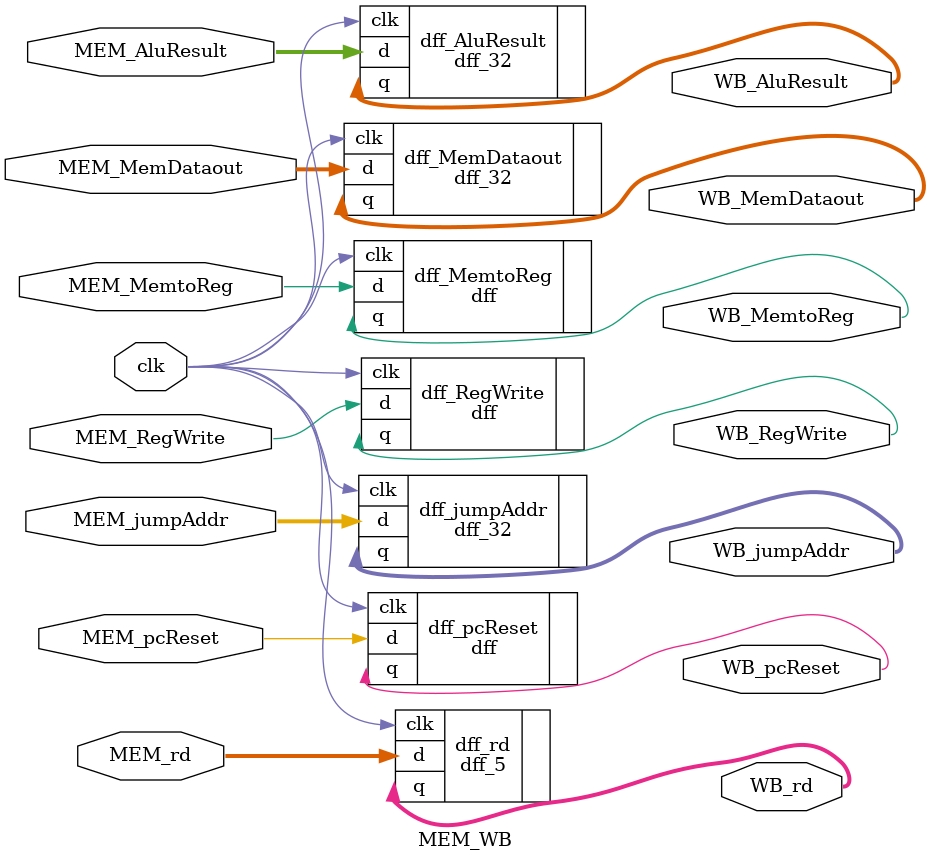
<source format=v>
`timescale 1ns / 1ps


module IF_ID(
    input clk,
    input[31:0] IF_instruction,
    input[31:0] IF_pcadd4,
    output[31:0] ID_instruction,
    output[31:0] ID_pcadd4 
    );

dff_32 dff_instruction(
    .clk(clk),.d(IF_instruction),.q(ID_instruction)
);
dff_32 dff_pcadd4(
    .clk(clk),.d(IF_pcadd4),.q(ID_pcadd4)
);    

endmodule

module ID_EX(
    input clk,
    input[4:0]ID_rd,
    input[31:0] ID_RegOutA,ID_RegOutB,ID_extout,ID_pcadd4,
    input ID_Cs_sign,ID_Cs_jump,ID_Cs_MemtoReg,ID_Cs_MemRead,ID_Cs_MemWrite,ID_Cs_AluSrc,ID_Cs_RegWrite,ID_Cs_pcReset,
    input[2:0] ID_Cs_branchType,
    input[4:0] ID_Cs_Aluop,
    input[3:0] ID_Cs_Mem_sel,
    
    output[4:0] EX_rd,
    output[31:0] EX_RegOutA,EX_RegOutB,EX_extout,EX_pcadd4,
    output EX_Cs_sign,EX_Cs_jump,EX_Cs_MemtoReg,EX_Cs_MemRead,EX_Cs_MemWrite,EX_Cs_AluSrc,EX_Cs_RegWrite,EX_Cs_pcReset,
    output[2:0]EX_Cs_branchType,
    output[4:0] EX_Cs_Aluop,
    output[3:0] EX_Cs_Mem_sel
);
dff_32 dff_RegOutA(
    .clk(clk),.d(ID_RegOutA),.q(EX_RegOutA)
);
dff_32 dff_RegOutB(
    .clk(clk),.d(ID_RegOutB),.q(EX_RegOutB)
);
dff_32 dff_extout(
    .clk(clk),.d(ID_extout),.q(EX_extout)
);
dff_32 dff_pcadd4(
    .clk(clk),.d(ID_pcadd4),.q(EX_pcadd4)
);
dff_5 dff_rd(
    .clk(clk),.d(ID_rd),.q(EX_rd)
);
dff_5 dff_Aluop(
    .clk(clk),.d(ID_Cs_Aluop),.q(EX_Cs_Aluop)
);
dff dff_sign(
    .clk(clk),.d(ID_Cs_sign),.q(EX_Cs_sign)
);
dff dff_jump(
    .clk(clk),.d(ID_Cs_jump),.q(EX_Cs_jump)
);
dff dff_MemtoReg(
    .clk(clk),.d(ID_Cs_MemtoReg),.q(EX_Cs_MemtoReg)
);
dff dff_MemRead(
    .clk(clk),.d(ID_Cs_MemRead),.q(EX_Cs_MemRead)
);
dff dff_MemWrite(
    .clk(clk),.d(ID_Cs_MemWrite),.q(EX_Cs_MemWrite)
);
dff dff_AluSrc(
    .clk(clk),.d(ID_Cs_AluSrc),.q(EX_Cs_AluSrc)
);
dff dff_RegWrite(
    .clk(clk),.d(ID_Cs_RegWrite),.q(EX_Cs_RegWrite)
);
dff dff_pcReset(
    .clk(clk),.d(ID_Cs_pcReset),.q(EX_Cs_pcReset)
);
dff_3 dff_branchType(
    .clk(clk),.d(ID_Cs_branchType),.q(EX_Cs_branchType)
);
dff_4 dff_Mem_sel(
    .clk(clk),.d(ID_Cs_Mem_sel),.q(EX_Cs_Mem_sel)
);
endmodule

module EX_MEM(
    input clk,
    input EX_sign,EX_MemWrite,EX_MemtoReg,EX_MemRead,EX_RegWrite,EX_pcReset,
    input[3:0] EX_Cs_Mem_sel,
    input[4:0] EX_rd,
    input[31:0] EX_AluResult,EX_RegOutB,EX_jumpAddr,
    
    output MEM_sign, MEM_MemWrite,MEM_MemtoReg,MEM_MemRead,MEM_RegWrite,MEM_pcReset,
    output[3:0] MEM_Cs_Mem_sel,
    output [4:0] MEM_rd,
    output [31:0] MEM_AluResult,MEM_RegOutB,MEM_jumpAddr
);

dff dff_MemWrite(
    .clk(clk),.d(EX_MemWrite),.q(MEM_MemWrite)
);
dff dff_MemtoReg(
    .clk(clk),.d(EX_MemtoReg),.q(MEM_MemtoReg)
);
dff dff_MemRead(
    .clk(clk),.d(EX_MemRead),.q(MEM_MemRead)
);
dff dff_RegWrite(
    .clk(clk),.d(EX_RegWrite),.q(MEM_RegWrite)
);
dff dff_sign(
    .clk(clk),.d(EX_sign),.q(MEM_sign)
);
dff dff_pcReset(
    .clk(clk),.d(EX_pcReset),.q(MEM_pcReset)
);
dff_32 dff_RegOutB(
    .clk(clk),.d(EX_RegOutB),.q(MEM_RegOutB)
);
dff_32 dff_AluResult(
    .clk(clk),.d(EX_AluResult),.q(MEM_AluResult)
);
dff_32 dff_umpAddr(
    .clk(clk),.d(EX_jumpAddr),.q(MEM_jumpAddr)
);
dff_4 dff_Mem_sel(
    .clk(clk),.d(EX_Cs_Mem_sel),.q(MEM_Cs_Mem_sel)
);
dff_5 dff_rd(
    .clk(clk),.d(EX_rd),.q(MEM_rd)
);
endmodule

module MEM_WB(
    input clk,
    input MEM_MemtoReg,MEM_RegWrite,MEM_pcReset,
    input[4:0] MEM_rd,
    input[31:0] MEM_MemDataout,MEM_AluResult,MEM_jumpAddr,
    
    output WB_MemtoReg,WB_RegWrite,WB_pcReset,
    output[4:0]WB_rd,
    output [31:0] WB_AluResult,WB_jumpAddr,WB_MemDataout  
);

dff dff_MemtoReg(
    .clk(clk),.d(MEM_MemtoReg),.q(WB_MemtoReg)
);
dff dff_RegWrite(
    .clk(clk),.d(MEM_RegWrite),.q(WB_RegWrite)
);
dff dff_pcReset(
    .clk(clk),.d(MEM_pcReset),.q(WB_pcReset)
);
dff_5 dff_rd(
    .clk(clk),.d(MEM_rd),.q(WB_rd)
);
dff_32 dff_MemDataout(
    .clk(clk),.d(MEM_MemDataout),.q(WB_MemDataout)
);
dff_32 dff_AluResult(
    .clk(clk),.d(MEM_AluResult),.q(WB_AluResult)
);
dff_32 dff_jumpAddr(
    .clk(clk),.d(MEM_jumpAddr),.q(WB_jumpAddr)
);
endmodule



</source>
